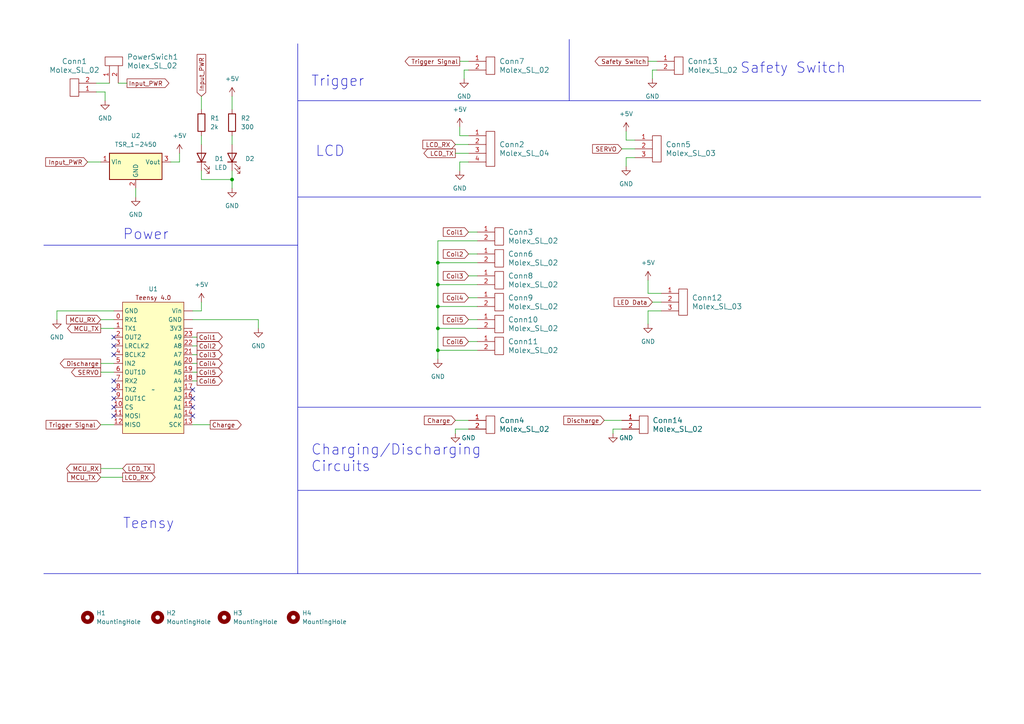
<source format=kicad_sch>
(kicad_sch (version 20230121) (generator eeschema)
  (paper "A4")
  (lib_symbols
    (symbol "Device:LED" (pin_numbers hide) (pin_names (offset 1.016) hide)
      (property "Reference" "D" (at 0 2.54 0))
      (property "Value" "LED" (at 0 -2.54 0))
      (symbol "LED_0_1"
        (polyline (pts (xy -1.27 -1.27) (xy -1.27 1.27)) (stroke (width 0.254)))
        (polyline (pts (xy -1.27 0) (xy 1.27 0)))
        (polyline (pts (xy 1.27 -1.27) (xy 1.27 1.27) (xy -1.27 0) (xy 1.27 -1.27)) (stroke (width 0.254)))
        (polyline (pts (xy -3.048 -0.762) (xy -4.572 -2.286) (xy -3.81 -2.286) (xy -4.572 -2.286) (xy -4.572 -1.524)))
        (polyline (pts (xy -1.778 -0.762) (xy -3.302 -2.286) (xy -2.54 -2.286) (xy -3.302 -2.286) (xy -3.302 -1.524)))
      )
      (symbol "LED_1_1"
        (pin passive line (at -3.81 0 0) (length 2.54) (name "K") (number "1"))
        (pin passive line (at 3.81 0 180) (length 2.54) (name "A") (number "2"))
      )
    )
    (symbol "Device:R" (pin_numbers hide) (pin_names (offset 0))
      (property "Reference" "R" (at 2.032 0 90))
      (property "Value" "R" (at 0 0 90))
      (symbol "R_0_1"
        (rectangle (start -1.016 -2.54) (end 1.016 2.54) (stroke (width 0.254)))
      )
      (symbol "R_1_1"
        (pin passive line (at 0 3.81 270) (length 1.27) (name "~") (number "1"))
        (pin passive line (at 0 -3.81 90) (length 1.27) (name "~") (number "2"))
      )
    )
    (symbol "MRDT_Connectors:Molex_SL_02" (pin_names (offset 1.016))
      (property "Reference" "Conn" (at 3.81 -1.27 0))
      (property "Value" "Molex_SL_02" (at 1.27 6.35 0))
      (symbol "Molex_SL_02_0_1"
        (rectangle (start 0 5.08) (end 2.54 0))
      )
      (symbol "Molex_SL_02_1_1"
        (pin input line (at -5.08 3.81 0) (length 5.08) (name "~") (number "1"))
        (pin input line (at -5.08 1.27 0) (length 5.08) (name "~") (number "2"))
      )
    )
    (symbol "MRDT_Connectors:Molex_SL_03" (pin_names (offset 1.016))
      (property "Reference" "Conn" (at 3.81 -1.27 0))
      (property "Value" "Molex_SL_03" (at 1.27 8.89 0))
      (symbol "Molex_SL_03_0_1"
        (rectangle (start 0 7.62) (end 2.54 0))
      )
      (symbol "Molex_SL_03_1_1"
        (pin input line (at -5.08 6.35 0) (length 5.08) (name "~") (number "1"))
        (pin input line (at -5.08 3.81 0) (length 5.08) (name "~") (number "2"))
        (pin input line (at -5.08 1.27 0) (length 5.08) (name "~") (number "3"))
      )
    )
    (symbol "MRDT_Connectors:Molex_SL_04" (pin_names (offset 1.016))
      (property "Reference" "Conn" (at 3.81 -1.27 0))
      (property "Value" "Molex_SL_04" (at 1.27 11.43 0))
      (symbol "Molex_SL_04_0_1"
        (rectangle (start 0 10.16) (end 2.54 0))
      )
      (symbol "Molex_SL_04_1_1"
        (pin input line (at -5.08 8.89 0) (length 5.08) (name "~") (number "1"))
        (pin input line (at -5.08 6.35 0) (length 5.08) (name "~") (number "2"))
        (pin input line (at -5.08 3.81 0) (length 5.08) (name "~") (number "3"))
        (pin input line (at -5.08 1.27 0) (length 5.08) (name "~") (number "4"))
      )
    )
    (symbol "Mechanical:MountingHole" (pin_names (offset 1.016))
      (property "Reference" "H" (at 0 5.08 0))
      (property "Value" "MountingHole" (at 0 3.175 0))
      (symbol "MountingHole_0_1"
        (circle (center 0 0) (radius 1.27) (stroke (width 1.27)))
      )
    )
    (symbol "Regulator_Switching:TSR_1-2450"
      (property "Reference" "U" (at -7.62 6.35 0))
      (property "Value" "TSR_1-2450" (at -1.27 6.35 0))
      (symbol "TSR_1-2450_0_1"
        (rectangle (start -7.62 5.08) (end 7.62 -2.54) (stroke (width 0.254)) (fill (type background)))
      )
      (symbol "TSR_1-2450_1_1"
        (pin power_in line (at -10.16 2.54 0) (length 2.54) (name "Vin") (number "1"))
        (pin power_in line (at 0 -5.08 90) (length 2.54) (name "GND") (number "2"))
        (pin power_out line (at 10.16 2.54 180) (length 2.54) (name "Vout") (number "3"))
      )
    )
    (symbol "Senior_Design:Teensy_4.0"
      (property "Reference" "U" (at 0 21.59 0))
      (symbol "Teensy_4.0_1_1"
        (rectangle (start -8.89 19.05) (end 8.89 -19.05) (fill (type background)))
        (text "Teensy 4.0" (at 0 20.32 0) (effects (font (size 1.27 1.27))))
        (pin power_in line (at 11.43 11.43 180) (length 2.54) (name "3V3") (number ""))
        (pin power_in line (at -11.43 16.51 0) (length 2.54) (name "GND") (number ""))
        (pin power_in line (at 11.43 13.97 180) (length 2.54) (name "GND") (number ""))
        (pin power_in line (at 11.43 16.51 180) (length 2.54) (name "Vin") (number ""))
        (pin bidirectional line (at -11.43 13.97 0) (length 2.54) (name "RX1") (number "0"))
        (pin bidirectional line (at -11.43 11.43 0) (length 2.54) (name "TX1") (number "1"))
        (pin bidirectional line (at -11.43 -11.43 0) (length 2.54) (name "CS") (number "10"))
        (pin bidirectional line (at -11.43 -13.97 0) (length 2.54) (name "MOSI") (number "11"))
        (pin bidirectional line (at -11.43 -16.51 0) (length 2.54) (name "MISO") (number "12"))
        (pin bidirectional line (at 11.43 -16.51 180) (length 2.54) (name "SCK") (number "13"))
        (pin bidirectional line (at 11.43 -13.97 180) (length 2.54) (name "A0") (number "14"))
        (pin bidirectional line (at 11.43 -11.43 180) (length 2.54) (name "A1") (number "15"))
        (pin bidirectional line (at 11.43 -8.89 180) (length 2.54) (name "A2") (number "16"))
        (pin bidirectional line (at 11.43 -6.35 180) (length 2.54) (name "A3") (number "17"))
        (pin bidirectional line (at 11.43 -3.81 180) (length 2.54) (name "A4") (number "18"))
        (pin bidirectional line (at 11.43 -1.27 180) (length 2.54) (name "A5") (number "19"))
        (pin bidirectional line (at -11.43 8.89 0) (length 2.54) (name "OUT2") (number "2"))
        (pin bidirectional line (at 11.43 1.27 180) (length 2.54) (name "A6") (number "20"))
        (pin bidirectional line (at 11.43 3.81 180) (length 2.54) (name "A7") (number "21"))
        (pin bidirectional line (at 11.43 6.35 180) (length 2.54) (name "A8") (number "22"))
        (pin bidirectional line (at 11.43 8.89 180) (length 2.54) (name "A9") (number "23"))
        (pin bidirectional line (at -11.43 6.35 0) (length 2.54) (name "LRCLK2") (number "3"))
        (pin bidirectional line (at -11.43 3.81 0) (length 2.54) (name "BCLK2") (number "4"))
        (pin bidirectional line (at -11.43 1.27 0) (length 2.54) (name "IN2") (number "5"))
        (pin bidirectional line (at -11.43 -1.27 0) (length 2.54) (name "OUT1D") (number "6"))
        (pin bidirectional line (at -11.43 -3.81 0) (length 2.54) (name "RX2") (number "7"))
        (pin bidirectional line (at -11.43 -6.35 0) (length 2.54) (name "TX2") (number "8"))
        (pin bidirectional line (at -11.43 -8.89 0) (length 2.54) (name "OUT1C") (number "9"))
      )
    )
    (symbol "power:+5V" (power) (pin_names (offset 0))
      (property "Value" "+5V" (at 0 3.556 0))
      (symbol "+5V_0_1"
        (polyline (pts (xy -0.762 1.27) (xy 0 2.54)))
        (polyline (pts (xy 0 0) (xy 0 2.54)))
        (polyline (pts (xy 0 2.54) (xy 0.762 1.27)))
      )
      (symbol "+5V_1_1"
        (pin power_in line (at 0 0 90) (length 0) hide (name "+5V") (number "1"))
      )
    )
    (symbol "power:GND" (power) (pin_names (offset 0))
      (property "Value" "GND" (at 0 -3.81 0))
      (symbol "GND_0_1"
        (polyline (pts (xy 0 0) (xy 0 -1.27) (xy 1.27 -1.27) (xy 0 -2.54) (xy -1.27 -1.27) (xy 0 -1.27)))
      )
      (symbol "GND_1_1"
        (pin power_in line (at 0 0 270) (length 0) hide (name "GND") (number "1"))
      )
    )
  )
  (junction (at 127 88.9))
  (junction (at 127 101.6))
  (junction (at 127 76.2))
  (junction (at 127 82.55))
  (junction (at 127 95.25))
  (junction (at 67.31 52.07))
  (no_connect (at 33.02 115.57))
  (no_connect (at 33.02 120.65))
  (no_connect (at 33.02 97.79))
  (no_connect (at 55.88 118.11))
  (no_connect (at 33.02 102.87))
  (no_connect (at 33.02 110.49))
  (no_connect (at 55.88 115.57))
  (no_connect (at 55.88 113.03))
  (no_connect (at 55.88 120.65))
  (no_connect (at 33.02 100.33))
  (no_connect (at 33.02 113.03))
  (no_connect (at 33.02 118.11))
  (wire (pts (xy 58.42 52.07) (xy 67.31 52.07)))
  (wire (pts (xy 133.35 39.37) (xy 133.35 36.83)))
  (wire (pts (xy 187.96 90.17) (xy 191.77 90.17)))
  (wire (pts (xy 55.88 110.49) (xy 57.15 110.49)))
  (wire (pts (xy 133.35 17.78) (xy 135.89 17.78)))
  (wire (pts (xy 189.23 87.63) (xy 191.77 87.63)))
  (wire (pts (xy 55.88 123.19) (xy 60.96 123.19)))
  (polyline (pts (xy 86.36 166.37) (xy 284.48 166.37)))
  (wire (pts (xy 132.08 44.45) (xy 135.89 44.45)))
  (wire (pts (xy 177.8 124.46) (xy 177.8 125.73)))
  (wire (pts (xy 74.93 92.71) (xy 55.88 92.71)))
  (wire (pts (xy 30.48 29.21) (xy 30.48 26.67)))
  (wire (pts (xy 177.8 124.46) (xy 180.34 124.46)))
  (wire (pts (xy 187.96 90.17) (xy 187.96 93.98)))
  (polyline (pts (xy 12.7 166.37) (xy 86.36 166.37)))
  (wire (pts (xy 58.42 39.37) (xy 58.42 41.91)))
  (polyline (pts (xy 86.36 118.11) (xy 284.48 118.11)))
  (wire (pts (xy 29.21 135.89) (xy 35.56 135.89)))
  (polyline (pts (xy 165.1 11.43) (xy 165.1 29.21)))
  (wire (pts (xy 29.21 92.71) (xy 33.02 92.71)))
  (wire (pts (xy 132.08 121.92) (xy 135.89 121.92)))
  (wire (pts (xy 55.88 105.41) (xy 57.15 105.41)))
  (wire (pts (xy 74.93 95.25) (xy 74.93 92.71)))
  (wire (pts (xy 29.21 138.43) (xy 35.56 138.43)))
  (wire (pts (xy 184.15 40.64) (xy 181.61 40.64)))
  (wire (pts (xy 127 76.2) (xy 138.43 76.2)))
  (wire (pts (xy 34.29 24.13) (xy 36.83 24.13)))
  (wire (pts (xy 187.96 85.09) (xy 191.77 85.09)))
  (wire (pts (xy 132.08 124.46) (xy 135.89 124.46)))
  (wire (pts (xy 16.51 90.17) (xy 33.02 90.17)))
  (wire (pts (xy 58.42 87.63) (xy 58.42 90.17)))
  (wire (pts (xy 127 95.25) (xy 138.43 95.25)))
  (wire (pts (xy 181.61 45.72) (xy 184.15 45.72)))
  (wire (pts (xy 55.88 102.87) (xy 57.15 102.87)))
  (wire (pts (xy 58.42 27.94) (xy 58.42 31.75)))
  (wire (pts (xy 58.42 49.53) (xy 58.42 52.07)))
  (wire (pts (xy 127 69.85) (xy 138.43 69.85)))
  (wire (pts (xy 29.21 105.41) (xy 33.02 105.41)))
  (wire (pts (xy 52.07 44.45) (xy 52.07 46.99)))
  (wire (pts (xy 127 82.55) (xy 127 88.9)))
  (wire (pts (xy 187.96 85.09) (xy 187.96 81.28)))
  (wire (pts (xy 55.88 97.79) (xy 57.15 97.79)))
  (wire (pts (xy 134.62 20.32) (xy 134.62 22.86)))
  (polyline (pts (xy 86.36 142.24) (xy 284.48 142.24)))
  (wire (pts (xy 135.89 39.37) (xy 133.35 39.37)))
  (wire (pts (xy 189.23 20.32) (xy 189.23 22.86)))
  (wire (pts (xy 29.21 107.95) (xy 33.02 107.95)))
  (wire (pts (xy 135.89 92.71) (xy 138.43 92.71)))
  (wire (pts (xy 127 95.25) (xy 127 101.6)))
  (wire (pts (xy 67.31 27.94) (xy 67.31 31.75)))
  (wire (pts (xy 127 76.2) (xy 127 82.55)))
  (wire (pts (xy 180.34 43.18) (xy 184.15 43.18)))
  (wire (pts (xy 181.61 40.64) (xy 181.61 38.1)))
  (wire (pts (xy 67.31 52.07) (xy 67.31 54.61)))
  (wire (pts (xy 29.21 123.19) (xy 33.02 123.19)))
  (wire (pts (xy 135.89 67.31) (xy 138.43 67.31)))
  (wire (pts (xy 55.88 100.33) (xy 57.15 100.33)))
  (wire (pts (xy 190.5 20.32) (xy 189.23 20.32)))
  (wire (pts (xy 30.48 26.67) (xy 27.94 26.67)))
  (wire (pts (xy 58.42 90.17) (xy 55.88 90.17)))
  (polyline (pts (xy 86.36 57.15) (xy 284.48 57.15)))
  (wire (pts (xy 127 101.6) (xy 138.43 101.6)))
  (wire (pts (xy 132.08 41.91) (xy 135.89 41.91)))
  (wire (pts (xy 67.31 39.37) (xy 67.31 41.91)))
  (wire (pts (xy 25.4 46.99) (xy 29.21 46.99)))
  (wire (pts (xy 135.89 73.66) (xy 138.43 73.66)))
  (polyline (pts (xy 12.7 71.12) (xy 86.36 71.12)))
  (polyline (pts (xy 86.36 29.21) (xy 284.48 29.21)))
  (wire (pts (xy 127 101.6) (xy 127 104.14)))
  (wire (pts (xy 127 69.85) (xy 127 76.2)))
  (wire (pts (xy 181.61 48.26) (xy 181.61 45.72)))
  (wire (pts (xy 187.96 17.78) (xy 190.5 17.78)))
  (wire (pts (xy 127 88.9) (xy 138.43 88.9)))
  (wire (pts (xy 133.35 46.99) (xy 135.89 46.99)))
  (wire (pts (xy 135.89 86.36) (xy 138.43 86.36)))
  (polyline (pts (xy 86.36 12.7) (xy 86.36 71.12)))
  (wire (pts (xy 39.37 54.61) (xy 39.37 57.15)))
  (wire (pts (xy 127 88.9) (xy 127 95.25)))
  (wire (pts (xy 67.31 49.53) (xy 67.31 52.07)))
  (wire (pts (xy 132.08 124.46) (xy 132.08 125.73)))
  (wire (pts (xy 175.26 121.92) (xy 180.34 121.92)))
  (wire (pts (xy 16.51 92.71) (xy 16.51 90.17)))
  (wire (pts (xy 27.94 24.13) (xy 31.75 24.13)))
  (polyline (pts (xy 86.36 71.12) (xy 86.36 166.37)))
  (wire (pts (xy 127 82.55) (xy 138.43 82.55)))
  (wire (pts (xy 55.88 107.95) (xy 57.15 107.95)))
  (wire (pts (xy 52.07 46.99) (xy 49.53 46.99)))
  (wire (pts (xy 133.35 49.53) (xy 133.35 46.99)))
  (wire (pts (xy 135.89 80.01) (xy 138.43 80.01)))
  (wire (pts (xy 135.89 99.06) (xy 138.43 99.06)))
  (wire (pts (xy 29.21 95.25) (xy 33.02 95.25)))
  (wire (pts (xy 135.89 20.32) (xy 134.62 20.32)))
  (text "LCD" (at 91.44 45.72 0) (effects (font (size 3 3)) (justify left bottom)))
  (text "Power" (at 35.56 69.85 0) (effects (font (size 3 3)) (justify left bottom)))
  (text "Safety Switch" (at 214.63 21.59 0) (effects (font (size 3 3)) (justify left bottom)))
  (text "Trigger" (at 90.17 25.4 0) (effects (font (size 3 3)) (justify left bottom)))
  (text "Teensy" (at 35.56 153.67 0) (effects (font (size 3 3)) (justify left bottom)))
  (text "Charging/Discharging\nCircuits" (at 90.17 137.16 0) (effects (font (size 3 3)) (justify left bottom)))
  (global_label "Coil4" (shape output) (at 57.15 105.41 0) (property "Intersheetrefs" "${INTERSHEET_REFS}" (effects hide)))
  (global_label "Coil4" (shape input) (at 135.89 86.36 180) (property "Intersheetrefs" "${INTERSHEET_REFS}" (effects hide)))
  (global_label "Coil3" (shape output) (at 57.15 102.87 0) (property "Intersheetrefs" "${INTERSHEET_REFS}" (effects hide)))
  (global_label "Trigger Signal" (shape input) (at 29.21 123.19 180) (property "Intersheetrefs" "${INTERSHEET_REFS}" (effects hide)))
  (global_label "Charge" (shape input) (at 132.08 121.92 180) (property "Intersheetrefs" "${INTERSHEET_REFS}" (effects hide)))
  (global_label "MCU_TX" (shape input) (at 29.21 138.43 180) (property "Intersheetrefs" "${INTERSHEET_REFS}" (effects hide)))
  (global_label "Discharge" (shape output) (at 29.21 105.41 180) (property "Intersheetrefs" "${INTERSHEET_REFS}" (effects hide)))
  (global_label "Coil1" (shape output) (at 57.15 97.79 0) (property "Intersheetrefs" "${INTERSHEET_REFS}" (effects hide)))
  (global_label "Coil2" (shape output) (at 57.15 100.33 0) (property "Intersheetrefs" "${INTERSHEET_REFS}" (effects hide)))
  (global_label "MCU_RX" (shape input) (at 29.21 92.71 180) (property "Intersheetrefs" "${INTERSHEET_REFS}" (effects hide)))
  (global_label "LCD_RX" (shape output) (at 35.56 138.43 0) (property "Intersheetrefs" "${INTERSHEET_REFS}" (effects hide)))
  (global_label "LED Data" (shape input) (at 189.23 87.63 180) (property "Intersheetrefs" "${INTERSHEET_REFS}" (effects hide)))
  (global_label "MCU_TX" (shape output) (at 29.21 95.25 180) (property "Intersheetrefs" "${INTERSHEET_REFS}" (effects hide)))
  (global_label "SERVO" (shape input) (at 180.34 43.18 180) (property "Intersheetrefs" "${INTERSHEET_REFS}" (effects hide)))
  (global_label "Input_PWR" (shape input) (at 58.42 27.94 90) (property "Intersheetrefs" "${INTERSHEET_REFS}" (effects hide)))
  (global_label "Coil5" (shape input) (at 135.89 92.71 180) (property "Intersheetrefs" "${INTERSHEET_REFS}" (effects hide)))
  (global_label "SERVO" (shape output) (at 29.21 107.95 180) (property "Intersheetrefs" "${INTERSHEET_REFS}" (effects hide)))
  (global_label "LCD_RX" (shape input) (at 132.08 41.91 180) (property "Intersheetrefs" "${INTERSHEET_REFS}" (effects hide)))
  (global_label "Safety Switch" (shape output) (at 187.96 17.78 180) (property "Intersheetrefs" "${INTERSHEET_REFS}" (effects hide)))
  (global_label "Coil3" (shape input) (at 135.89 80.01 180) (property "Intersheetrefs" "${INTERSHEET_REFS}" (effects hide)))
  (global_label "Trigger Signal" (shape output) (at 133.35 17.78 180) (property "Intersheetrefs" "${INTERSHEET_REFS}" (effects hide)))
  (global_label "Coil5" (shape output) (at 57.15 107.95 0) (property "Intersheetrefs" "${INTERSHEET_REFS}" (effects hide)))
  (global_label "LCD_TX" (shape output) (at 132.08 44.45 180) (property "Intersheetrefs" "${INTERSHEET_REFS}" (effects hide)))
  (global_label "Input_PWR" (shape output) (at 36.83 24.13 0) (property "Intersheetrefs" "${INTERSHEET_REFS}" (effects hide)))
  (global_label "MCU_RX" (shape output) (at 29.21 135.89 180) (property "Intersheetrefs" "${INTERSHEET_REFS}" (effects hide)))
  (global_label "Coil1" (shape input) (at 135.89 67.31 180) (property "Intersheetrefs" "${INTERSHEET_REFS}" (effects hide)))
  (global_label "Discharge" (shape input) (at 175.26 121.92 180) (property "Intersheetrefs" "${INTERSHEET_REFS}" (effects hide)))
  (global_label "Coil6" (shape input) (at 135.89 99.06 180) (property "Intersheetrefs" "${INTERSHEET_REFS}" (effects hide)))
  (global_label "Coil2" (shape input) (at 135.89 73.66 180) (property "Intersheetrefs" "${INTERSHEET_REFS}" (effects hide)))
  (global_label "Coil6" (shape output) (at 57.15 110.49 0) (property "Intersheetrefs" "${INTERSHEET_REFS}" (effects hide)))
  (global_label "Charge" (shape output) (at 60.96 123.19 0) (property "Intersheetrefs" "${INTERSHEET_REFS}" (effects hide)))
  (global_label "LCD_TX" (shape input) (at 35.56 135.89 0) (property "Intersheetrefs" "${INTERSHEET_REFS}" (effects hide)))
  (global_label "Input_PWR" (shape input) (at 25.4 46.99 180) (property "Intersheetrefs" "${INTERSHEET_REFS}" (effects hide)))
  (symbol (lib_id "MRDT_Connectors:Molex_SL_02") (at 35.56 19.05 90) (unit 1)
    (property "Reference" "PowerSwich1" (at 36.83 16.51 90) (effects (font (size 1.524 1.524)) (justify right)))
    (property "Value" "Molex_SL_02" (at 36.83 19.05 90) (effects (font (size 1.524 1.524)) (justify right)))
    (property "Footprint" "MRDT_Connectors:MOLEX_SL_02_Horizontal" (effects hide))
  )
  (symbol (lib_id "MRDT_Connectors:Molex_SL_02") (at 195.58 21.59 0) (unit 1)
    (property "Reference" "Conn13" (at 199.39 17.78 0) (effects (font (size 1.524 1.524)) (justify left)))
    (property "Value" "Molex_SL_02" (at 199.39 20.32 0) (effects (font (size 1.524 1.524)) (justify left)))
    (property "Footprint" "MRDT_Connectors:MOLEX_SL_02_Horizontal" (effects hide))
  )
  (symbol (lib_id "Device:LED") (at 67.31 45.72 90) (unit 1)
    (property "Reference" "D2" (at 71.12 46.0375 90) (effects (justify right)))
    (property "Value" "LED" (effects hide))
    (property "Footprint" "LED_SMD:LED_0603_1608Metric_Pad1.05x0.95mm_HandSolder" (effects hide))
  )
  (symbol (lib_id "power:GND") (at 187.96 93.98 0) (unit 1)
    (property "Reference" "#PWR015" (effects hide))
    (property "Value" "GND" (at 187.96 99.06 0))
  )
  (symbol (lib_id "power:GND") (at 39.37 57.15 0) (unit 1)
    (property "Reference" "#PWR01" (effects hide))
    (property "Value" "GND" (at 39.37 62.23 0))
  )
  (symbol (lib_id "MRDT_Connectors:Molex_SL_04") (at 140.97 48.26 0) (unit 1)
    (property "Reference" "Conn2" (at 144.78 41.91 0) (effects (font (size 1.524 1.524)) (justify left)))
    (property "Value" "Molex_SL_04" (at 144.78 44.45 0) (effects (font (size 1.524 1.524)) (justify left)))
    (property "Footprint" "MRDT_Connectors:MOLEX_SL_04_Horizontal" (effects hide))
  )
  (symbol (lib_id "Mechanical:MountingHole") (at 65.0376 179.0699 0) (unit 1)
    (property "Reference" "H3" (at 67.5776 177.7999 0) (effects (justify left)))
    (property "Value" "MountingHole" (at 67.5776 180.3399 0) (effects (justify left)))
    (property "Footprint" "MountingHole:MountingHole_3.2mm_M3" (effects hide))
  )
  (symbol (lib_id "Device:LED") (at 58.42 45.72 90) (unit 1)
    (property "Reference" "D1" (at 62.23 46.0375 90) (effects (justify right)))
    (property "Value" "LED" (at 62.23 48.5775 90) (effects (justify right)))
    (property "Footprint" "LED_SMD:LED_0603_1608Metric_Pad1.05x0.95mm_HandSolder" (effects hide))
  )
  (symbol (lib_id "Senior_Design:Teensy_4.0") (at 44.45 106.68 0) (unit 1)
    (property "Reference" "U1" (at 44.45 83.82 0))
    (property "Value" "~" (at 44.45 113.03 0))
    (property "Footprint" "ControlBoard_Footprints:Teensy_4_0" (effects hide))
  )
  (symbol (lib_id "power:GND") (at 134.62 22.86 0) (unit 1)
    (property "Reference" "#PWR028" (effects hide))
    (property "Value" "GND" (at 134.62 27.94 0))
  )
  (symbol (lib_id "MRDT_Connectors:Molex_SL_02") (at 143.51 77.47 0) (unit 1)
    (property "Reference" "Conn6" (at 147.32 73.66 0) (effects (font (size 1.524 1.524)) (justify left)))
    (property "Value" "Molex_SL_02" (at 147.32 76.2 0) (effects (font (size 1.524 1.524)) (justify left)))
    (property "Footprint" "MRDT_Connectors:MOLEX_SL_02_Horizontal" (effects hide))
  )
  (symbol (lib_id "MRDT_Connectors:Molex_SL_03") (at 189.23 46.99 0) (unit 1)
    (property "Reference" "Conn5" (at 193.04 41.91 0) (effects (font (size 1.524 1.524)) (justify left)))
    (property "Value" "Molex_SL_03" (at 193.04 44.45 0) (effects (font (size 1.524 1.524)) (justify left)))
    (property "Footprint" "MRDT_Connectors:MOLEX_SL_03_Horizontal" (effects hide))
  )
  (symbol (lib_id "Device:R") (at 58.42 35.56 0) (unit 1)
    (property "Reference" "R1" (at 60.96 34.29 0) (effects (justify left)))
    (property "Value" "2k" (at 60.96 36.83 0) (effects (justify left)))
    (property "Footprint" "Resistor_SMD:R_0603_1608Metric_Pad0.98x0.95mm_HandSolder" (effects hide))
  )
  (symbol (lib_id "Regulator_Switching:TSR_1-2450") (at 39.37 49.53 0) (unit 1)
    (property "Reference" "U2" (at 39.37 39.37 0))
    (property "Value" "TSR_1-2450" (at 39.37 41.91 0))
    (property "Footprint" "Converter_DCDC:Converter_DCDC_TRACO_TSR-1_THT" (effects hide))
    (property "Datasheet" "http://www.tracopower.com/products/tsr1.pdf" (effects hide))
  )
  (symbol (lib_id "MRDT_Connectors:Molex_SL_02") (at 143.51 102.87 0) (unit 1)
    (property "Reference" "Conn11" (at 147.32 99.06 0) (effects (font (size 1.524 1.524)) (justify left)))
    (property "Value" "Molex_SL_02" (at 147.32 101.6 0) (effects (font (size 1.524 1.524)) (justify left)))
    (property "Footprint" "MRDT_Connectors:MOLEX_SL_02_Horizontal" (effects hide))
  )
  (symbol (lib_id "MRDT_Connectors:Molex_SL_02") (at 140.97 125.73 0) (unit 1)
    (property "Reference" "Conn4" (at 144.78 121.92 0) (effects (font (size 1.524 1.524)) (justify left)))
    (property "Value" "Molex_SL_02" (at 144.78 124.46 0) (effects (font (size 1.524 1.524)) (justify left)))
    (property "Footprint" "MRDT_Connectors:MOLEX_SL_02_Horizontal" (effects hide))
  )
  (symbol (lib_id "MRDT_Connectors:Molex_SL_02") (at 143.51 96.52 0) (unit 1)
    (property "Reference" "Conn10" (at 147.32 92.71 0) (effects (font (size 1.524 1.524)) (justify left)))
    (property "Value" "Molex_SL_02" (at 147.32 95.25 0) (effects (font (size 1.524 1.524)) (justify left)))
    (property "Footprint" "MRDT_Connectors:MOLEX_SL_02_Horizontal" (effects hide))
  )
  (symbol (lib_id "MRDT_Connectors:Molex_SL_02") (at 143.51 90.17 0) (unit 1)
    (property "Reference" "Conn9" (at 147.32 86.36 0) (effects (font (size 1.524 1.524)) (justify left)))
    (property "Value" "Molex_SL_02" (at 147.32 88.9 0) (effects (font (size 1.524 1.524)) (justify left)))
    (property "Footprint" "MRDT_Connectors:MOLEX_SL_02_Horizontal" (effects hide))
  )
  (symbol (lib_id "Mechanical:MountingHole") (at 25.4 179.07 0) (unit 1)
    (property "Reference" "H1" (at 27.94 177.8 0) (effects (justify left)))
    (property "Value" "MountingHole" (at 27.94 180.34 0) (effects (justify left)))
    (property "Footprint" "MountingHole:MountingHole_3.2mm_M3" (effects hide))
  )
  (symbol (lib_id "power:+5V") (at 58.42 87.63 0) (unit 1)
    (property "Reference" "#PWR03" (effects hide))
    (property "Value" "+5V" (at 58.42 82.55 0))
  )
  (symbol (lib_id "Mechanical:MountingHole") (at 45.72 179.07 0) (unit 1)
    (property "Reference" "H2" (at 48.26 177.8 0) (effects (justify left)))
    (property "Value" "MountingHole" (at 48.26 180.34 0) (effects (justify left)))
    (property "Footprint" "MountingHole:MountingHole_3.2mm_M3" (effects hide))
  )
  (symbol (lib_id "power:GND") (at 132.08 125.73 0) (unit 1)
    (property "Reference" "#PWR032" (effects hide))
    (property "Value" "GND" (at 135.89 127 0))
  )
  (symbol (lib_id "power:+5V") (at 133.35 36.83 0) (unit 1)
    (property "Reference" "#PWR011" (effects hide))
    (property "Value" "+5V" (at 133.35 31.75 0))
  )
  (symbol (lib_id "power:GND") (at 30.48 29.21 0) (unit 1)
    (property "Reference" "#PWR07" (effects hide))
    (property "Value" "GND" (at 30.48 34.29 0))
  )
  (symbol (lib_id "power:GND") (at 189.23 22.86 0) (unit 1)
    (property "Reference" "#PWR012" (effects hide))
    (property "Value" "GND" (at 189.23 27.94 0))
  )
  (symbol (lib_id "power:GND") (at 127 104.14 0) (unit 1)
    (property "Reference" "#PWR013" (effects hide))
    (property "Value" "GND" (at 127 109.22 0))
  )
  (symbol (lib_id "power:GND") (at 181.61 48.26 0) (unit 1)
    (property "Reference" "#PWR030" (effects hide))
    (property "Value" "GND" (at 181.61 53.34 0))
  )
  (symbol (lib_id "power:+5V") (at 181.61 38.1 0) (unit 1)
    (property "Reference" "#PWR029" (effects hide))
    (property "Value" "+5V" (at 181.61 33.02 0))
  )
  (symbol (lib_id "MRDT_Connectors:Molex_SL_02") (at 143.51 71.12 0) (unit 1)
    (property "Reference" "Conn3" (at 147.32 67.31 0) (effects (font (size 1.524 1.524)) (justify left)))
    (property "Value" "Molex_SL_02" (at 147.32 69.85 0) (effects (font (size 1.524 1.524)) (justify left)))
    (property "Footprint" "MRDT_Connectors:MOLEX_SL_02_Horizontal" (effects hide))
  )
  (symbol (lib_id "MRDT_Connectors:Molex_SL_02") (at 140.97 21.59 0) (unit 1)
    (property "Reference" "Conn7" (at 144.78 17.78 0) (effects (font (size 1.524 1.524)) (justify left)))
    (property "Value" "Molex_SL_02" (at 144.78 20.32 0) (effects (font (size 1.524 1.524)) (justify left)))
    (property "Footprint" "MRDT_Connectors:MOLEX_SL_02_Horizontal" (effects hide))
  )
  (symbol (lib_id "power:+5V") (at 52.07 44.45 0) (unit 1)
    (property "Reference" "#PWR02" (effects hide))
    (property "Value" "+5V" (at 52.07 39.37 0))
  )
  (symbol (lib_id "power:GND") (at 133.35 49.53 0) (unit 1)
    (property "Reference" "#PWR010" (effects hide))
    (property "Value" "GND" (at 133.35 54.61 0))
  )
  (symbol (lib_id "power:GND") (at 74.93 95.25 0) (unit 1)
    (property "Reference" "#PWR04" (effects hide))
    (property "Value" "GND" (at 74.93 100.33 0))
  )
  (symbol (lib_id "power:GND") (at 177.8 125.73 0) (unit 1)
    (property "Reference" "#PWR031" (effects hide))
    (property "Value" "GND" (at 181.61 127 0))
  )
  (symbol (lib_id "Device:R") (at 67.31 35.56 0) (unit 1)
    (property "Reference" "R2" (at 69.85 34.29 0) (effects (justify left)))
    (property "Value" "300" (at 69.85 36.83 0) (effects (justify left)))
    (property "Footprint" "Resistor_SMD:R_0603_1608Metric_Pad0.98x0.95mm_HandSolder" (effects hide))
  )
  (symbol (lib_id "power:GND") (at 67.31 54.61 0) (unit 1)
    (property "Reference" "#PWR027" (effects hide))
    (property "Value" "GND" (at 67.31 59.69 0))
  )
  (symbol (lib_id "power:GND") (at 16.51 92.71 0) (unit 1)
    (property "Reference" "#PWR06" (effects hide))
    (property "Value" "GND" (at 16.51 97.79 0))
  )
  (symbol (lib_id "power:+5V") (at 187.96 81.28 0) (unit 1)
    (property "Reference" "#PWR014" (effects hide))
    (property "Value" "+5V" (at 187.96 76.2 0))
  )
  (symbol (lib_id "Mechanical:MountingHole") (at 85.09 179.07 0) (unit 1)
    (property "Reference" "H4" (at 87.63 177.8 0) (effects (justify left)))
    (property "Value" "MountingHole" (at 87.63 180.34 0) (effects (justify left)))
    (property "Footprint" "MountingHole:MountingHole_3.2mm_M3" (effects hide))
  )
  (symbol (lib_id "MRDT_Connectors:Molex_SL_02") (at 22.86 22.86 180) (unit 1)
    (property "Reference" "Conn1" (at 21.59 17.78 0) (effects (font (size 1.524 1.524))))
    (property "Value" "Molex_SL_02" (at 21.59 20.32 0) (effects (font (size 1.524 1.524))))
    (property "Footprint" "MRDT_Connectors:MOLEX_SL_02_Horizontal" (effects hide))
  )
  (symbol (lib_id "MRDT_Connectors:Molex_SL_03") (at 196.85 91.44 0) (unit 1)
    (property "Reference" "Conn12" (at 200.66 86.36 0) (effects (font (size 1.524 1.524)) (justify left)))
    (property "Value" "Molex_SL_03" (at 200.66 88.9 0) (effects (font (size 1.524 1.524)) (justify left)))
    (property "Footprint" "MRDT_Connectors:MOLEX_SL_03_Horizontal" (effects hide))
  )
  (symbol (lib_id "MRDT_Connectors:Molex_SL_02") (at 185.42 125.73 0) (unit 1)
    (property "Reference" "Conn14" (at 189.23 121.92 0) (effects (font (size 1.524 1.524)) (justify left)))
    (property "Value" "Molex_SL_02" (at 189.23 124.46 0) (effects (font (size 1.524 1.524)) (justify left)))
    (property "Footprint" "MRDT_Connectors:MOLEX_SL_02_Horizontal" (effects hide))
  )
  (symbol (lib_id "MRDT_Connectors:Molex_SL_02") (at 143.51 83.82 0) (unit 1)
    (property "Reference" "Conn8" (at 147.32 80.01 0) (effects (font (size 1.524 1.524)) (justify left)))
    (property "Value" "Molex_SL_02" (at 147.32 82.55 0) (effects (font (size 1.524 1.524)) (justify left)))
    (property "Footprint" "MRDT_Connectors:MOLEX_SL_02_Horizontal" (effects hide))
  )
  (symbol (lib_id "power:+5V") (at 67.31 27.94 0) (unit 1)
    (property "Reference" "#PWR08" (effects hide))
    (property "Value" "+5V" (at 67.31 22.86 0))
  )
)
</source>
